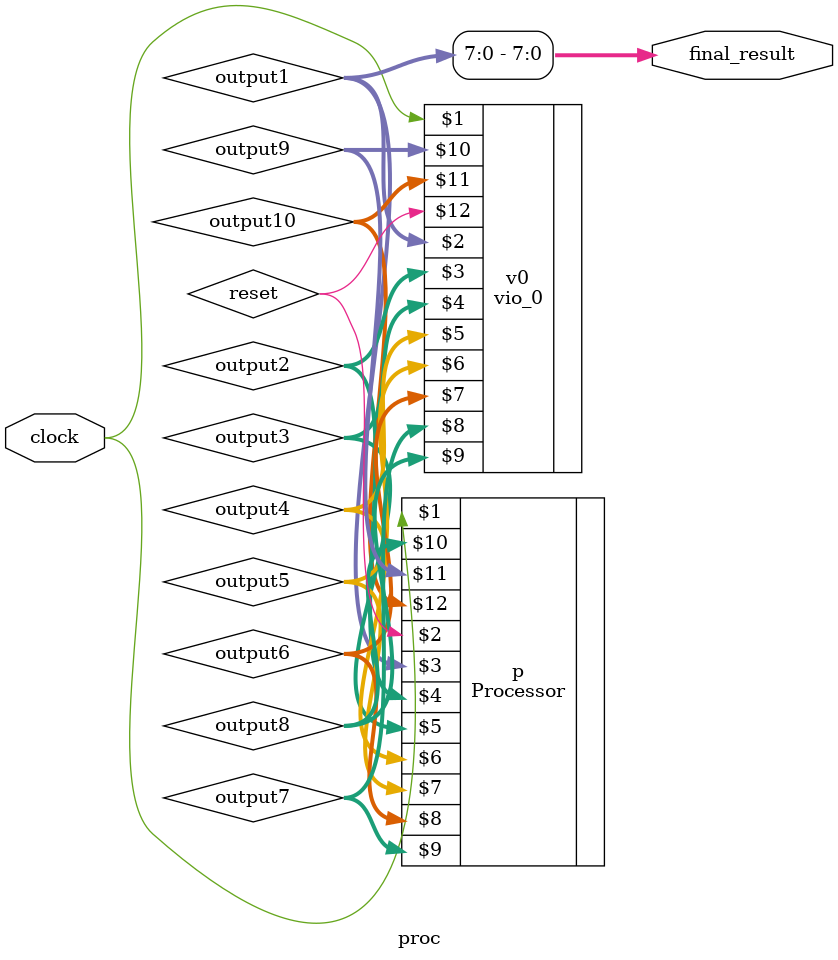
<source format=v>
`timescale 1ns / 1ps


module proc(
input clock,
output [7:0] final_result
    );
    
	 wire reset;
	 //output [7:0]final_result 10 outputs
	wire [31:0]output1, output2, output3, output4, output5, output6, output7, output8, output9, output10;
   //assign final_result = result[7:0];
    //Processor p();
   // vio
   assign final_result= output1[7:0];
   Processor p( clock,
 reset,
output1, output2, output3, output4, output5, output6, output7, output8, output9, output10);
   vio_0 v0(clock,output1, output2, output3, output4, output5, output6, output7, output8, output9, output10,reset);
endmodule

</source>
